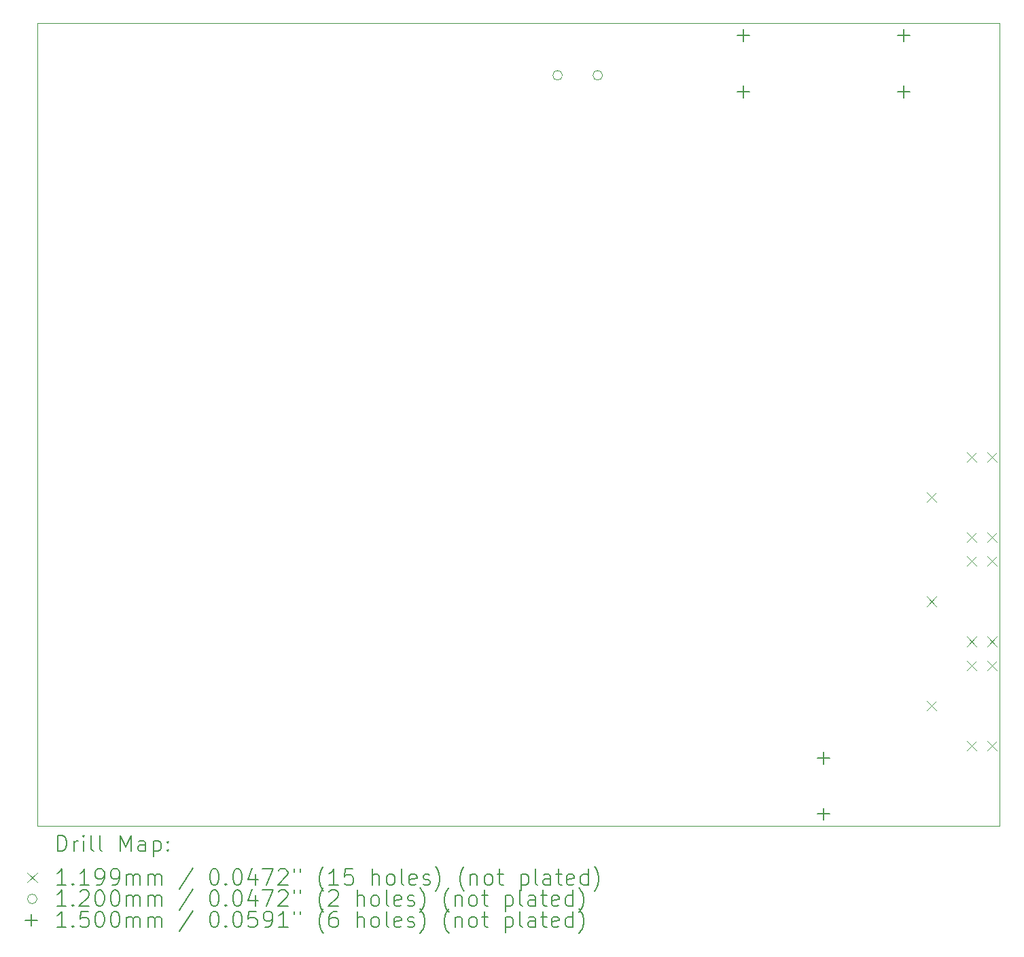
<source format=gbr>
%TF.GenerationSoftware,KiCad,Pcbnew,(6.0.11-0)*%
%TF.CreationDate,2023-05-23T17:56:41+02:00*%
%TF.ProjectId,Keyer_MEGA2560,4b657965-725f-44d4-9547-41323536302e,rev?*%
%TF.SameCoordinates,Original*%
%TF.FileFunction,Drillmap*%
%TF.FilePolarity,Positive*%
%FSLAX45Y45*%
G04 Gerber Fmt 4.5, Leading zero omitted, Abs format (unit mm)*
G04 Created by KiCad (PCBNEW (6.0.11-0)) date 2023-05-23 17:56:41*
%MOMM*%
%LPD*%
G01*
G04 APERTURE LIST*
%ADD10C,0.100000*%
%ADD11C,0.200000*%
%ADD12C,0.119888*%
%ADD13C,0.120000*%
%ADD14C,0.150000*%
G04 APERTURE END LIST*
D10*
X29540200Y-7391400D02*
X29540200Y-17399000D01*
X17551400Y-7391400D02*
X29540200Y-7391400D01*
X17551400Y-17399000D02*
X17551400Y-7391400D01*
X29540200Y-17399000D02*
X17551400Y-17399000D01*
D11*
D12*
X28634055Y-13239496D02*
X28753943Y-13359384D01*
X28753943Y-13239496D02*
X28634055Y-13359384D01*
X28634055Y-15840456D02*
X28753943Y-15960344D01*
X28753943Y-15840456D02*
X28634055Y-15960344D01*
X28634944Y-14539976D02*
X28754832Y-14659864D01*
X28754832Y-14539976D02*
X28634944Y-14659864D01*
X29133927Y-12739624D02*
X29253815Y-12859512D01*
X29253815Y-12739624D02*
X29133927Y-12859512D01*
X29133927Y-13739368D02*
X29253815Y-13859256D01*
X29253815Y-13739368D02*
X29133927Y-13859256D01*
X29133927Y-15340584D02*
X29253815Y-15460472D01*
X29253815Y-15340584D02*
X29133927Y-15460472D01*
X29133927Y-16340328D02*
X29253815Y-16460216D01*
X29253815Y-16340328D02*
X29133927Y-16460216D01*
X29134816Y-14040104D02*
X29254704Y-14159992D01*
X29254704Y-14040104D02*
X29134816Y-14159992D01*
X29134816Y-15039848D02*
X29254704Y-15159736D01*
X29254704Y-15039848D02*
X29134816Y-15159736D01*
X29383863Y-12739624D02*
X29503751Y-12859512D01*
X29503751Y-12739624D02*
X29383863Y-12859512D01*
X29383863Y-13739368D02*
X29503751Y-13859256D01*
X29503751Y-13739368D02*
X29383863Y-13859256D01*
X29383863Y-15340584D02*
X29503751Y-15460472D01*
X29503751Y-15340584D02*
X29383863Y-15460472D01*
X29383863Y-16340328D02*
X29503751Y-16460216D01*
X29503751Y-16340328D02*
X29383863Y-16460216D01*
X29384752Y-14040104D02*
X29504640Y-14159992D01*
X29504640Y-14040104D02*
X29384752Y-14159992D01*
X29384752Y-15039848D02*
X29504640Y-15159736D01*
X29504640Y-15039848D02*
X29384752Y-15159736D01*
D13*
X24092400Y-8042440D02*
G75*
G03*
X24092400Y-8042440I-60000J0D01*
G01*
X24592400Y-8042440D02*
G75*
G03*
X24592400Y-8042440I-60000J0D01*
G01*
D14*
X26349960Y-7471460D02*
X26349960Y-7621460D01*
X26274960Y-7546460D02*
X26424960Y-7546460D01*
X26349960Y-8171460D02*
X26349960Y-8321460D01*
X26274960Y-8246460D02*
X26424960Y-8246460D01*
X27345640Y-16474880D02*
X27345640Y-16624880D01*
X27270640Y-16549880D02*
X27420640Y-16549880D01*
X27345640Y-17174880D02*
X27345640Y-17324880D01*
X27270640Y-17249880D02*
X27420640Y-17249880D01*
X28346400Y-7470600D02*
X28346400Y-7620600D01*
X28271400Y-7545600D02*
X28421400Y-7545600D01*
X28346400Y-8170600D02*
X28346400Y-8320600D01*
X28271400Y-8245600D02*
X28421400Y-8245600D01*
D11*
X17804019Y-17714476D02*
X17804019Y-17514476D01*
X17851638Y-17514476D01*
X17880210Y-17524000D01*
X17899257Y-17543048D01*
X17908781Y-17562095D01*
X17918305Y-17600190D01*
X17918305Y-17628762D01*
X17908781Y-17666857D01*
X17899257Y-17685905D01*
X17880210Y-17704952D01*
X17851638Y-17714476D01*
X17804019Y-17714476D01*
X18004019Y-17714476D02*
X18004019Y-17581143D01*
X18004019Y-17619238D02*
X18013543Y-17600190D01*
X18023067Y-17590667D01*
X18042114Y-17581143D01*
X18061162Y-17581143D01*
X18127829Y-17714476D02*
X18127829Y-17581143D01*
X18127829Y-17514476D02*
X18118305Y-17524000D01*
X18127829Y-17533524D01*
X18137352Y-17524000D01*
X18127829Y-17514476D01*
X18127829Y-17533524D01*
X18251638Y-17714476D02*
X18232590Y-17704952D01*
X18223067Y-17685905D01*
X18223067Y-17514476D01*
X18356400Y-17714476D02*
X18337352Y-17704952D01*
X18327829Y-17685905D01*
X18327829Y-17514476D01*
X18584971Y-17714476D02*
X18584971Y-17514476D01*
X18651638Y-17657333D01*
X18718305Y-17514476D01*
X18718305Y-17714476D01*
X18899257Y-17714476D02*
X18899257Y-17609714D01*
X18889733Y-17590667D01*
X18870686Y-17581143D01*
X18832590Y-17581143D01*
X18813543Y-17590667D01*
X18899257Y-17704952D02*
X18880210Y-17714476D01*
X18832590Y-17714476D01*
X18813543Y-17704952D01*
X18804019Y-17685905D01*
X18804019Y-17666857D01*
X18813543Y-17647810D01*
X18832590Y-17638286D01*
X18880210Y-17638286D01*
X18899257Y-17628762D01*
X18994495Y-17581143D02*
X18994495Y-17781143D01*
X18994495Y-17590667D02*
X19013543Y-17581143D01*
X19051638Y-17581143D01*
X19070686Y-17590667D01*
X19080210Y-17600190D01*
X19089733Y-17619238D01*
X19089733Y-17676381D01*
X19080210Y-17695429D01*
X19070686Y-17704952D01*
X19051638Y-17714476D01*
X19013543Y-17714476D01*
X18994495Y-17704952D01*
X19175448Y-17695429D02*
X19184971Y-17704952D01*
X19175448Y-17714476D01*
X19165924Y-17704952D01*
X19175448Y-17695429D01*
X19175448Y-17714476D01*
X19175448Y-17590667D02*
X19184971Y-17600190D01*
X19175448Y-17609714D01*
X19165924Y-17600190D01*
X19175448Y-17590667D01*
X19175448Y-17609714D01*
D12*
X17426512Y-17984056D02*
X17546400Y-18103944D01*
X17546400Y-17984056D02*
X17426512Y-18103944D01*
D11*
X17908781Y-18134476D02*
X17794495Y-18134476D01*
X17851638Y-18134476D02*
X17851638Y-17934476D01*
X17832590Y-17963048D01*
X17813543Y-17982095D01*
X17794495Y-17991619D01*
X17994495Y-18115429D02*
X18004019Y-18124952D01*
X17994495Y-18134476D01*
X17984971Y-18124952D01*
X17994495Y-18115429D01*
X17994495Y-18134476D01*
X18194495Y-18134476D02*
X18080210Y-18134476D01*
X18137352Y-18134476D02*
X18137352Y-17934476D01*
X18118305Y-17963048D01*
X18099257Y-17982095D01*
X18080210Y-17991619D01*
X18289733Y-18134476D02*
X18327829Y-18134476D01*
X18346876Y-18124952D01*
X18356400Y-18115429D01*
X18375448Y-18086857D01*
X18384971Y-18048762D01*
X18384971Y-17972571D01*
X18375448Y-17953524D01*
X18365924Y-17944000D01*
X18346876Y-17934476D01*
X18308781Y-17934476D01*
X18289733Y-17944000D01*
X18280210Y-17953524D01*
X18270686Y-17972571D01*
X18270686Y-18020190D01*
X18280210Y-18039238D01*
X18289733Y-18048762D01*
X18308781Y-18058286D01*
X18346876Y-18058286D01*
X18365924Y-18048762D01*
X18375448Y-18039238D01*
X18384971Y-18020190D01*
X18480210Y-18134476D02*
X18518305Y-18134476D01*
X18537352Y-18124952D01*
X18546876Y-18115429D01*
X18565924Y-18086857D01*
X18575448Y-18048762D01*
X18575448Y-17972571D01*
X18565924Y-17953524D01*
X18556400Y-17944000D01*
X18537352Y-17934476D01*
X18499257Y-17934476D01*
X18480210Y-17944000D01*
X18470686Y-17953524D01*
X18461162Y-17972571D01*
X18461162Y-18020190D01*
X18470686Y-18039238D01*
X18480210Y-18048762D01*
X18499257Y-18058286D01*
X18537352Y-18058286D01*
X18556400Y-18048762D01*
X18565924Y-18039238D01*
X18575448Y-18020190D01*
X18661162Y-18134476D02*
X18661162Y-18001143D01*
X18661162Y-18020190D02*
X18670686Y-18010667D01*
X18689733Y-18001143D01*
X18718305Y-18001143D01*
X18737352Y-18010667D01*
X18746876Y-18029714D01*
X18746876Y-18134476D01*
X18746876Y-18029714D02*
X18756400Y-18010667D01*
X18775448Y-18001143D01*
X18804019Y-18001143D01*
X18823067Y-18010667D01*
X18832590Y-18029714D01*
X18832590Y-18134476D01*
X18927829Y-18134476D02*
X18927829Y-18001143D01*
X18927829Y-18020190D02*
X18937352Y-18010667D01*
X18956400Y-18001143D01*
X18984971Y-18001143D01*
X19004019Y-18010667D01*
X19013543Y-18029714D01*
X19013543Y-18134476D01*
X19013543Y-18029714D02*
X19023067Y-18010667D01*
X19042114Y-18001143D01*
X19070686Y-18001143D01*
X19089733Y-18010667D01*
X19099257Y-18029714D01*
X19099257Y-18134476D01*
X19489733Y-17924952D02*
X19318305Y-18182095D01*
X19746876Y-17934476D02*
X19765924Y-17934476D01*
X19784971Y-17944000D01*
X19794495Y-17953524D01*
X19804019Y-17972571D01*
X19813543Y-18010667D01*
X19813543Y-18058286D01*
X19804019Y-18096381D01*
X19794495Y-18115429D01*
X19784971Y-18124952D01*
X19765924Y-18134476D01*
X19746876Y-18134476D01*
X19727829Y-18124952D01*
X19718305Y-18115429D01*
X19708781Y-18096381D01*
X19699257Y-18058286D01*
X19699257Y-18010667D01*
X19708781Y-17972571D01*
X19718305Y-17953524D01*
X19727829Y-17944000D01*
X19746876Y-17934476D01*
X19899257Y-18115429D02*
X19908781Y-18124952D01*
X19899257Y-18134476D01*
X19889733Y-18124952D01*
X19899257Y-18115429D01*
X19899257Y-18134476D01*
X20032590Y-17934476D02*
X20051638Y-17934476D01*
X20070686Y-17944000D01*
X20080210Y-17953524D01*
X20089733Y-17972571D01*
X20099257Y-18010667D01*
X20099257Y-18058286D01*
X20089733Y-18096381D01*
X20080210Y-18115429D01*
X20070686Y-18124952D01*
X20051638Y-18134476D01*
X20032590Y-18134476D01*
X20013543Y-18124952D01*
X20004019Y-18115429D01*
X19994495Y-18096381D01*
X19984971Y-18058286D01*
X19984971Y-18010667D01*
X19994495Y-17972571D01*
X20004019Y-17953524D01*
X20013543Y-17944000D01*
X20032590Y-17934476D01*
X20270686Y-18001143D02*
X20270686Y-18134476D01*
X20223067Y-17924952D02*
X20175448Y-18067810D01*
X20299257Y-18067810D01*
X20356400Y-17934476D02*
X20489733Y-17934476D01*
X20404019Y-18134476D01*
X20556400Y-17953524D02*
X20565924Y-17944000D01*
X20584971Y-17934476D01*
X20632590Y-17934476D01*
X20651638Y-17944000D01*
X20661162Y-17953524D01*
X20670686Y-17972571D01*
X20670686Y-17991619D01*
X20661162Y-18020190D01*
X20546876Y-18134476D01*
X20670686Y-18134476D01*
X20746876Y-17934476D02*
X20746876Y-17972571D01*
X20823067Y-17934476D02*
X20823067Y-17972571D01*
X21118305Y-18210667D02*
X21108781Y-18201143D01*
X21089733Y-18172571D01*
X21080210Y-18153524D01*
X21070686Y-18124952D01*
X21061162Y-18077333D01*
X21061162Y-18039238D01*
X21070686Y-17991619D01*
X21080210Y-17963048D01*
X21089733Y-17944000D01*
X21108781Y-17915429D01*
X21118305Y-17905905D01*
X21299257Y-18134476D02*
X21184971Y-18134476D01*
X21242114Y-18134476D02*
X21242114Y-17934476D01*
X21223067Y-17963048D01*
X21204019Y-17982095D01*
X21184971Y-17991619D01*
X21480210Y-17934476D02*
X21384971Y-17934476D01*
X21375448Y-18029714D01*
X21384971Y-18020190D01*
X21404019Y-18010667D01*
X21451638Y-18010667D01*
X21470686Y-18020190D01*
X21480210Y-18029714D01*
X21489733Y-18048762D01*
X21489733Y-18096381D01*
X21480210Y-18115429D01*
X21470686Y-18124952D01*
X21451638Y-18134476D01*
X21404019Y-18134476D01*
X21384971Y-18124952D01*
X21375448Y-18115429D01*
X21727829Y-18134476D02*
X21727829Y-17934476D01*
X21813543Y-18134476D02*
X21813543Y-18029714D01*
X21804019Y-18010667D01*
X21784971Y-18001143D01*
X21756400Y-18001143D01*
X21737352Y-18010667D01*
X21727829Y-18020190D01*
X21937352Y-18134476D02*
X21918305Y-18124952D01*
X21908781Y-18115429D01*
X21899257Y-18096381D01*
X21899257Y-18039238D01*
X21908781Y-18020190D01*
X21918305Y-18010667D01*
X21937352Y-18001143D01*
X21965924Y-18001143D01*
X21984971Y-18010667D01*
X21994495Y-18020190D01*
X22004019Y-18039238D01*
X22004019Y-18096381D01*
X21994495Y-18115429D01*
X21984971Y-18124952D01*
X21965924Y-18134476D01*
X21937352Y-18134476D01*
X22118305Y-18134476D02*
X22099257Y-18124952D01*
X22089733Y-18105905D01*
X22089733Y-17934476D01*
X22270686Y-18124952D02*
X22251638Y-18134476D01*
X22213543Y-18134476D01*
X22194495Y-18124952D01*
X22184971Y-18105905D01*
X22184971Y-18029714D01*
X22194495Y-18010667D01*
X22213543Y-18001143D01*
X22251638Y-18001143D01*
X22270686Y-18010667D01*
X22280210Y-18029714D01*
X22280210Y-18048762D01*
X22184971Y-18067810D01*
X22356400Y-18124952D02*
X22375448Y-18134476D01*
X22413543Y-18134476D01*
X22432590Y-18124952D01*
X22442114Y-18105905D01*
X22442114Y-18096381D01*
X22432590Y-18077333D01*
X22413543Y-18067810D01*
X22384971Y-18067810D01*
X22365924Y-18058286D01*
X22356400Y-18039238D01*
X22356400Y-18029714D01*
X22365924Y-18010667D01*
X22384971Y-18001143D01*
X22413543Y-18001143D01*
X22432590Y-18010667D01*
X22508781Y-18210667D02*
X22518305Y-18201143D01*
X22537352Y-18172571D01*
X22546876Y-18153524D01*
X22556400Y-18124952D01*
X22565924Y-18077333D01*
X22565924Y-18039238D01*
X22556400Y-17991619D01*
X22546876Y-17963048D01*
X22537352Y-17944000D01*
X22518305Y-17915429D01*
X22508781Y-17905905D01*
X22870686Y-18210667D02*
X22861162Y-18201143D01*
X22842114Y-18172571D01*
X22832590Y-18153524D01*
X22823067Y-18124952D01*
X22813543Y-18077333D01*
X22813543Y-18039238D01*
X22823067Y-17991619D01*
X22832590Y-17963048D01*
X22842114Y-17944000D01*
X22861162Y-17915429D01*
X22870686Y-17905905D01*
X22946876Y-18001143D02*
X22946876Y-18134476D01*
X22946876Y-18020190D02*
X22956400Y-18010667D01*
X22975448Y-18001143D01*
X23004019Y-18001143D01*
X23023067Y-18010667D01*
X23032590Y-18029714D01*
X23032590Y-18134476D01*
X23156400Y-18134476D02*
X23137352Y-18124952D01*
X23127828Y-18115429D01*
X23118305Y-18096381D01*
X23118305Y-18039238D01*
X23127828Y-18020190D01*
X23137352Y-18010667D01*
X23156400Y-18001143D01*
X23184971Y-18001143D01*
X23204019Y-18010667D01*
X23213543Y-18020190D01*
X23223067Y-18039238D01*
X23223067Y-18096381D01*
X23213543Y-18115429D01*
X23204019Y-18124952D01*
X23184971Y-18134476D01*
X23156400Y-18134476D01*
X23280209Y-18001143D02*
X23356400Y-18001143D01*
X23308781Y-17934476D02*
X23308781Y-18105905D01*
X23318305Y-18124952D01*
X23337352Y-18134476D01*
X23356400Y-18134476D01*
X23575448Y-18001143D02*
X23575448Y-18201143D01*
X23575448Y-18010667D02*
X23594495Y-18001143D01*
X23632590Y-18001143D01*
X23651638Y-18010667D01*
X23661162Y-18020190D01*
X23670686Y-18039238D01*
X23670686Y-18096381D01*
X23661162Y-18115429D01*
X23651638Y-18124952D01*
X23632590Y-18134476D01*
X23594495Y-18134476D01*
X23575448Y-18124952D01*
X23784971Y-18134476D02*
X23765924Y-18124952D01*
X23756400Y-18105905D01*
X23756400Y-17934476D01*
X23946876Y-18134476D02*
X23946876Y-18029714D01*
X23937352Y-18010667D01*
X23918305Y-18001143D01*
X23880209Y-18001143D01*
X23861162Y-18010667D01*
X23946876Y-18124952D02*
X23927828Y-18134476D01*
X23880209Y-18134476D01*
X23861162Y-18124952D01*
X23851638Y-18105905D01*
X23851638Y-18086857D01*
X23861162Y-18067810D01*
X23880209Y-18058286D01*
X23927828Y-18058286D01*
X23946876Y-18048762D01*
X24013543Y-18001143D02*
X24089733Y-18001143D01*
X24042114Y-17934476D02*
X24042114Y-18105905D01*
X24051638Y-18124952D01*
X24070686Y-18134476D01*
X24089733Y-18134476D01*
X24232590Y-18124952D02*
X24213543Y-18134476D01*
X24175448Y-18134476D01*
X24156400Y-18124952D01*
X24146876Y-18105905D01*
X24146876Y-18029714D01*
X24156400Y-18010667D01*
X24175448Y-18001143D01*
X24213543Y-18001143D01*
X24232590Y-18010667D01*
X24242114Y-18029714D01*
X24242114Y-18048762D01*
X24146876Y-18067810D01*
X24413543Y-18134476D02*
X24413543Y-17934476D01*
X24413543Y-18124952D02*
X24394495Y-18134476D01*
X24356400Y-18134476D01*
X24337352Y-18124952D01*
X24327828Y-18115429D01*
X24318305Y-18096381D01*
X24318305Y-18039238D01*
X24327828Y-18020190D01*
X24337352Y-18010667D01*
X24356400Y-18001143D01*
X24394495Y-18001143D01*
X24413543Y-18010667D01*
X24489733Y-18210667D02*
X24499257Y-18201143D01*
X24518305Y-18172571D01*
X24527828Y-18153524D01*
X24537352Y-18124952D01*
X24546876Y-18077333D01*
X24546876Y-18039238D01*
X24537352Y-17991619D01*
X24527828Y-17963048D01*
X24518305Y-17944000D01*
X24499257Y-17915429D01*
X24489733Y-17905905D01*
D13*
X17546400Y-18308000D02*
G75*
G03*
X17546400Y-18308000I-60000J0D01*
G01*
D11*
X17908781Y-18398476D02*
X17794495Y-18398476D01*
X17851638Y-18398476D02*
X17851638Y-18198476D01*
X17832590Y-18227048D01*
X17813543Y-18246095D01*
X17794495Y-18255619D01*
X17994495Y-18379429D02*
X18004019Y-18388952D01*
X17994495Y-18398476D01*
X17984971Y-18388952D01*
X17994495Y-18379429D01*
X17994495Y-18398476D01*
X18080210Y-18217524D02*
X18089733Y-18208000D01*
X18108781Y-18198476D01*
X18156400Y-18198476D01*
X18175448Y-18208000D01*
X18184971Y-18217524D01*
X18194495Y-18236571D01*
X18194495Y-18255619D01*
X18184971Y-18284190D01*
X18070686Y-18398476D01*
X18194495Y-18398476D01*
X18318305Y-18198476D02*
X18337352Y-18198476D01*
X18356400Y-18208000D01*
X18365924Y-18217524D01*
X18375448Y-18236571D01*
X18384971Y-18274667D01*
X18384971Y-18322286D01*
X18375448Y-18360381D01*
X18365924Y-18379429D01*
X18356400Y-18388952D01*
X18337352Y-18398476D01*
X18318305Y-18398476D01*
X18299257Y-18388952D01*
X18289733Y-18379429D01*
X18280210Y-18360381D01*
X18270686Y-18322286D01*
X18270686Y-18274667D01*
X18280210Y-18236571D01*
X18289733Y-18217524D01*
X18299257Y-18208000D01*
X18318305Y-18198476D01*
X18508781Y-18198476D02*
X18527829Y-18198476D01*
X18546876Y-18208000D01*
X18556400Y-18217524D01*
X18565924Y-18236571D01*
X18575448Y-18274667D01*
X18575448Y-18322286D01*
X18565924Y-18360381D01*
X18556400Y-18379429D01*
X18546876Y-18388952D01*
X18527829Y-18398476D01*
X18508781Y-18398476D01*
X18489733Y-18388952D01*
X18480210Y-18379429D01*
X18470686Y-18360381D01*
X18461162Y-18322286D01*
X18461162Y-18274667D01*
X18470686Y-18236571D01*
X18480210Y-18217524D01*
X18489733Y-18208000D01*
X18508781Y-18198476D01*
X18661162Y-18398476D02*
X18661162Y-18265143D01*
X18661162Y-18284190D02*
X18670686Y-18274667D01*
X18689733Y-18265143D01*
X18718305Y-18265143D01*
X18737352Y-18274667D01*
X18746876Y-18293714D01*
X18746876Y-18398476D01*
X18746876Y-18293714D02*
X18756400Y-18274667D01*
X18775448Y-18265143D01*
X18804019Y-18265143D01*
X18823067Y-18274667D01*
X18832590Y-18293714D01*
X18832590Y-18398476D01*
X18927829Y-18398476D02*
X18927829Y-18265143D01*
X18927829Y-18284190D02*
X18937352Y-18274667D01*
X18956400Y-18265143D01*
X18984971Y-18265143D01*
X19004019Y-18274667D01*
X19013543Y-18293714D01*
X19013543Y-18398476D01*
X19013543Y-18293714D02*
X19023067Y-18274667D01*
X19042114Y-18265143D01*
X19070686Y-18265143D01*
X19089733Y-18274667D01*
X19099257Y-18293714D01*
X19099257Y-18398476D01*
X19489733Y-18188952D02*
X19318305Y-18446095D01*
X19746876Y-18198476D02*
X19765924Y-18198476D01*
X19784971Y-18208000D01*
X19794495Y-18217524D01*
X19804019Y-18236571D01*
X19813543Y-18274667D01*
X19813543Y-18322286D01*
X19804019Y-18360381D01*
X19794495Y-18379429D01*
X19784971Y-18388952D01*
X19765924Y-18398476D01*
X19746876Y-18398476D01*
X19727829Y-18388952D01*
X19718305Y-18379429D01*
X19708781Y-18360381D01*
X19699257Y-18322286D01*
X19699257Y-18274667D01*
X19708781Y-18236571D01*
X19718305Y-18217524D01*
X19727829Y-18208000D01*
X19746876Y-18198476D01*
X19899257Y-18379429D02*
X19908781Y-18388952D01*
X19899257Y-18398476D01*
X19889733Y-18388952D01*
X19899257Y-18379429D01*
X19899257Y-18398476D01*
X20032590Y-18198476D02*
X20051638Y-18198476D01*
X20070686Y-18208000D01*
X20080210Y-18217524D01*
X20089733Y-18236571D01*
X20099257Y-18274667D01*
X20099257Y-18322286D01*
X20089733Y-18360381D01*
X20080210Y-18379429D01*
X20070686Y-18388952D01*
X20051638Y-18398476D01*
X20032590Y-18398476D01*
X20013543Y-18388952D01*
X20004019Y-18379429D01*
X19994495Y-18360381D01*
X19984971Y-18322286D01*
X19984971Y-18274667D01*
X19994495Y-18236571D01*
X20004019Y-18217524D01*
X20013543Y-18208000D01*
X20032590Y-18198476D01*
X20270686Y-18265143D02*
X20270686Y-18398476D01*
X20223067Y-18188952D02*
X20175448Y-18331810D01*
X20299257Y-18331810D01*
X20356400Y-18198476D02*
X20489733Y-18198476D01*
X20404019Y-18398476D01*
X20556400Y-18217524D02*
X20565924Y-18208000D01*
X20584971Y-18198476D01*
X20632590Y-18198476D01*
X20651638Y-18208000D01*
X20661162Y-18217524D01*
X20670686Y-18236571D01*
X20670686Y-18255619D01*
X20661162Y-18284190D01*
X20546876Y-18398476D01*
X20670686Y-18398476D01*
X20746876Y-18198476D02*
X20746876Y-18236571D01*
X20823067Y-18198476D02*
X20823067Y-18236571D01*
X21118305Y-18474667D02*
X21108781Y-18465143D01*
X21089733Y-18436571D01*
X21080210Y-18417524D01*
X21070686Y-18388952D01*
X21061162Y-18341333D01*
X21061162Y-18303238D01*
X21070686Y-18255619D01*
X21080210Y-18227048D01*
X21089733Y-18208000D01*
X21108781Y-18179429D01*
X21118305Y-18169905D01*
X21184971Y-18217524D02*
X21194495Y-18208000D01*
X21213543Y-18198476D01*
X21261162Y-18198476D01*
X21280210Y-18208000D01*
X21289733Y-18217524D01*
X21299257Y-18236571D01*
X21299257Y-18255619D01*
X21289733Y-18284190D01*
X21175448Y-18398476D01*
X21299257Y-18398476D01*
X21537352Y-18398476D02*
X21537352Y-18198476D01*
X21623067Y-18398476D02*
X21623067Y-18293714D01*
X21613543Y-18274667D01*
X21594495Y-18265143D01*
X21565924Y-18265143D01*
X21546876Y-18274667D01*
X21537352Y-18284190D01*
X21746876Y-18398476D02*
X21727829Y-18388952D01*
X21718305Y-18379429D01*
X21708781Y-18360381D01*
X21708781Y-18303238D01*
X21718305Y-18284190D01*
X21727829Y-18274667D01*
X21746876Y-18265143D01*
X21775448Y-18265143D01*
X21794495Y-18274667D01*
X21804019Y-18284190D01*
X21813543Y-18303238D01*
X21813543Y-18360381D01*
X21804019Y-18379429D01*
X21794495Y-18388952D01*
X21775448Y-18398476D01*
X21746876Y-18398476D01*
X21927829Y-18398476D02*
X21908781Y-18388952D01*
X21899257Y-18369905D01*
X21899257Y-18198476D01*
X22080210Y-18388952D02*
X22061162Y-18398476D01*
X22023067Y-18398476D01*
X22004019Y-18388952D01*
X21994495Y-18369905D01*
X21994495Y-18293714D01*
X22004019Y-18274667D01*
X22023067Y-18265143D01*
X22061162Y-18265143D01*
X22080210Y-18274667D01*
X22089733Y-18293714D01*
X22089733Y-18312762D01*
X21994495Y-18331810D01*
X22165924Y-18388952D02*
X22184971Y-18398476D01*
X22223067Y-18398476D01*
X22242114Y-18388952D01*
X22251638Y-18369905D01*
X22251638Y-18360381D01*
X22242114Y-18341333D01*
X22223067Y-18331810D01*
X22194495Y-18331810D01*
X22175448Y-18322286D01*
X22165924Y-18303238D01*
X22165924Y-18293714D01*
X22175448Y-18274667D01*
X22194495Y-18265143D01*
X22223067Y-18265143D01*
X22242114Y-18274667D01*
X22318305Y-18474667D02*
X22327829Y-18465143D01*
X22346876Y-18436571D01*
X22356400Y-18417524D01*
X22365924Y-18388952D01*
X22375448Y-18341333D01*
X22375448Y-18303238D01*
X22365924Y-18255619D01*
X22356400Y-18227048D01*
X22346876Y-18208000D01*
X22327829Y-18179429D01*
X22318305Y-18169905D01*
X22680209Y-18474667D02*
X22670686Y-18465143D01*
X22651638Y-18436571D01*
X22642114Y-18417524D01*
X22632590Y-18388952D01*
X22623067Y-18341333D01*
X22623067Y-18303238D01*
X22632590Y-18255619D01*
X22642114Y-18227048D01*
X22651638Y-18208000D01*
X22670686Y-18179429D01*
X22680209Y-18169905D01*
X22756400Y-18265143D02*
X22756400Y-18398476D01*
X22756400Y-18284190D02*
X22765924Y-18274667D01*
X22784971Y-18265143D01*
X22813543Y-18265143D01*
X22832590Y-18274667D01*
X22842114Y-18293714D01*
X22842114Y-18398476D01*
X22965924Y-18398476D02*
X22946876Y-18388952D01*
X22937352Y-18379429D01*
X22927828Y-18360381D01*
X22927828Y-18303238D01*
X22937352Y-18284190D01*
X22946876Y-18274667D01*
X22965924Y-18265143D01*
X22994495Y-18265143D01*
X23013543Y-18274667D01*
X23023067Y-18284190D01*
X23032590Y-18303238D01*
X23032590Y-18360381D01*
X23023067Y-18379429D01*
X23013543Y-18388952D01*
X22994495Y-18398476D01*
X22965924Y-18398476D01*
X23089733Y-18265143D02*
X23165924Y-18265143D01*
X23118305Y-18198476D02*
X23118305Y-18369905D01*
X23127828Y-18388952D01*
X23146876Y-18398476D01*
X23165924Y-18398476D01*
X23384971Y-18265143D02*
X23384971Y-18465143D01*
X23384971Y-18274667D02*
X23404019Y-18265143D01*
X23442114Y-18265143D01*
X23461162Y-18274667D01*
X23470686Y-18284190D01*
X23480209Y-18303238D01*
X23480209Y-18360381D01*
X23470686Y-18379429D01*
X23461162Y-18388952D01*
X23442114Y-18398476D01*
X23404019Y-18398476D01*
X23384971Y-18388952D01*
X23594495Y-18398476D02*
X23575448Y-18388952D01*
X23565924Y-18369905D01*
X23565924Y-18198476D01*
X23756400Y-18398476D02*
X23756400Y-18293714D01*
X23746876Y-18274667D01*
X23727828Y-18265143D01*
X23689733Y-18265143D01*
X23670686Y-18274667D01*
X23756400Y-18388952D02*
X23737352Y-18398476D01*
X23689733Y-18398476D01*
X23670686Y-18388952D01*
X23661162Y-18369905D01*
X23661162Y-18350857D01*
X23670686Y-18331810D01*
X23689733Y-18322286D01*
X23737352Y-18322286D01*
X23756400Y-18312762D01*
X23823067Y-18265143D02*
X23899257Y-18265143D01*
X23851638Y-18198476D02*
X23851638Y-18369905D01*
X23861162Y-18388952D01*
X23880209Y-18398476D01*
X23899257Y-18398476D01*
X24042114Y-18388952D02*
X24023067Y-18398476D01*
X23984971Y-18398476D01*
X23965924Y-18388952D01*
X23956400Y-18369905D01*
X23956400Y-18293714D01*
X23965924Y-18274667D01*
X23984971Y-18265143D01*
X24023067Y-18265143D01*
X24042114Y-18274667D01*
X24051638Y-18293714D01*
X24051638Y-18312762D01*
X23956400Y-18331810D01*
X24223067Y-18398476D02*
X24223067Y-18198476D01*
X24223067Y-18388952D02*
X24204019Y-18398476D01*
X24165924Y-18398476D01*
X24146876Y-18388952D01*
X24137352Y-18379429D01*
X24127828Y-18360381D01*
X24127828Y-18303238D01*
X24137352Y-18284190D01*
X24146876Y-18274667D01*
X24165924Y-18265143D01*
X24204019Y-18265143D01*
X24223067Y-18274667D01*
X24299257Y-18474667D02*
X24308781Y-18465143D01*
X24327828Y-18436571D01*
X24337352Y-18417524D01*
X24346876Y-18388952D01*
X24356400Y-18341333D01*
X24356400Y-18303238D01*
X24346876Y-18255619D01*
X24337352Y-18227048D01*
X24327828Y-18208000D01*
X24308781Y-18179429D01*
X24299257Y-18169905D01*
D14*
X17471400Y-18497000D02*
X17471400Y-18647000D01*
X17396400Y-18572000D02*
X17546400Y-18572000D01*
D11*
X17908781Y-18662476D02*
X17794495Y-18662476D01*
X17851638Y-18662476D02*
X17851638Y-18462476D01*
X17832590Y-18491048D01*
X17813543Y-18510095D01*
X17794495Y-18519619D01*
X17994495Y-18643429D02*
X18004019Y-18652952D01*
X17994495Y-18662476D01*
X17984971Y-18652952D01*
X17994495Y-18643429D01*
X17994495Y-18662476D01*
X18184971Y-18462476D02*
X18089733Y-18462476D01*
X18080210Y-18557714D01*
X18089733Y-18548190D01*
X18108781Y-18538667D01*
X18156400Y-18538667D01*
X18175448Y-18548190D01*
X18184971Y-18557714D01*
X18194495Y-18576762D01*
X18194495Y-18624381D01*
X18184971Y-18643429D01*
X18175448Y-18652952D01*
X18156400Y-18662476D01*
X18108781Y-18662476D01*
X18089733Y-18652952D01*
X18080210Y-18643429D01*
X18318305Y-18462476D02*
X18337352Y-18462476D01*
X18356400Y-18472000D01*
X18365924Y-18481524D01*
X18375448Y-18500571D01*
X18384971Y-18538667D01*
X18384971Y-18586286D01*
X18375448Y-18624381D01*
X18365924Y-18643429D01*
X18356400Y-18652952D01*
X18337352Y-18662476D01*
X18318305Y-18662476D01*
X18299257Y-18652952D01*
X18289733Y-18643429D01*
X18280210Y-18624381D01*
X18270686Y-18586286D01*
X18270686Y-18538667D01*
X18280210Y-18500571D01*
X18289733Y-18481524D01*
X18299257Y-18472000D01*
X18318305Y-18462476D01*
X18508781Y-18462476D02*
X18527829Y-18462476D01*
X18546876Y-18472000D01*
X18556400Y-18481524D01*
X18565924Y-18500571D01*
X18575448Y-18538667D01*
X18575448Y-18586286D01*
X18565924Y-18624381D01*
X18556400Y-18643429D01*
X18546876Y-18652952D01*
X18527829Y-18662476D01*
X18508781Y-18662476D01*
X18489733Y-18652952D01*
X18480210Y-18643429D01*
X18470686Y-18624381D01*
X18461162Y-18586286D01*
X18461162Y-18538667D01*
X18470686Y-18500571D01*
X18480210Y-18481524D01*
X18489733Y-18472000D01*
X18508781Y-18462476D01*
X18661162Y-18662476D02*
X18661162Y-18529143D01*
X18661162Y-18548190D02*
X18670686Y-18538667D01*
X18689733Y-18529143D01*
X18718305Y-18529143D01*
X18737352Y-18538667D01*
X18746876Y-18557714D01*
X18746876Y-18662476D01*
X18746876Y-18557714D02*
X18756400Y-18538667D01*
X18775448Y-18529143D01*
X18804019Y-18529143D01*
X18823067Y-18538667D01*
X18832590Y-18557714D01*
X18832590Y-18662476D01*
X18927829Y-18662476D02*
X18927829Y-18529143D01*
X18927829Y-18548190D02*
X18937352Y-18538667D01*
X18956400Y-18529143D01*
X18984971Y-18529143D01*
X19004019Y-18538667D01*
X19013543Y-18557714D01*
X19013543Y-18662476D01*
X19013543Y-18557714D02*
X19023067Y-18538667D01*
X19042114Y-18529143D01*
X19070686Y-18529143D01*
X19089733Y-18538667D01*
X19099257Y-18557714D01*
X19099257Y-18662476D01*
X19489733Y-18452952D02*
X19318305Y-18710095D01*
X19746876Y-18462476D02*
X19765924Y-18462476D01*
X19784971Y-18472000D01*
X19794495Y-18481524D01*
X19804019Y-18500571D01*
X19813543Y-18538667D01*
X19813543Y-18586286D01*
X19804019Y-18624381D01*
X19794495Y-18643429D01*
X19784971Y-18652952D01*
X19765924Y-18662476D01*
X19746876Y-18662476D01*
X19727829Y-18652952D01*
X19718305Y-18643429D01*
X19708781Y-18624381D01*
X19699257Y-18586286D01*
X19699257Y-18538667D01*
X19708781Y-18500571D01*
X19718305Y-18481524D01*
X19727829Y-18472000D01*
X19746876Y-18462476D01*
X19899257Y-18643429D02*
X19908781Y-18652952D01*
X19899257Y-18662476D01*
X19889733Y-18652952D01*
X19899257Y-18643429D01*
X19899257Y-18662476D01*
X20032590Y-18462476D02*
X20051638Y-18462476D01*
X20070686Y-18472000D01*
X20080210Y-18481524D01*
X20089733Y-18500571D01*
X20099257Y-18538667D01*
X20099257Y-18586286D01*
X20089733Y-18624381D01*
X20080210Y-18643429D01*
X20070686Y-18652952D01*
X20051638Y-18662476D01*
X20032590Y-18662476D01*
X20013543Y-18652952D01*
X20004019Y-18643429D01*
X19994495Y-18624381D01*
X19984971Y-18586286D01*
X19984971Y-18538667D01*
X19994495Y-18500571D01*
X20004019Y-18481524D01*
X20013543Y-18472000D01*
X20032590Y-18462476D01*
X20280210Y-18462476D02*
X20184971Y-18462476D01*
X20175448Y-18557714D01*
X20184971Y-18548190D01*
X20204019Y-18538667D01*
X20251638Y-18538667D01*
X20270686Y-18548190D01*
X20280210Y-18557714D01*
X20289733Y-18576762D01*
X20289733Y-18624381D01*
X20280210Y-18643429D01*
X20270686Y-18652952D01*
X20251638Y-18662476D01*
X20204019Y-18662476D01*
X20184971Y-18652952D01*
X20175448Y-18643429D01*
X20384971Y-18662476D02*
X20423067Y-18662476D01*
X20442114Y-18652952D01*
X20451638Y-18643429D01*
X20470686Y-18614857D01*
X20480210Y-18576762D01*
X20480210Y-18500571D01*
X20470686Y-18481524D01*
X20461162Y-18472000D01*
X20442114Y-18462476D01*
X20404019Y-18462476D01*
X20384971Y-18472000D01*
X20375448Y-18481524D01*
X20365924Y-18500571D01*
X20365924Y-18548190D01*
X20375448Y-18567238D01*
X20384971Y-18576762D01*
X20404019Y-18586286D01*
X20442114Y-18586286D01*
X20461162Y-18576762D01*
X20470686Y-18567238D01*
X20480210Y-18548190D01*
X20670686Y-18662476D02*
X20556400Y-18662476D01*
X20613543Y-18662476D02*
X20613543Y-18462476D01*
X20594495Y-18491048D01*
X20575448Y-18510095D01*
X20556400Y-18519619D01*
X20746876Y-18462476D02*
X20746876Y-18500571D01*
X20823067Y-18462476D02*
X20823067Y-18500571D01*
X21118305Y-18738667D02*
X21108781Y-18729143D01*
X21089733Y-18700571D01*
X21080210Y-18681524D01*
X21070686Y-18652952D01*
X21061162Y-18605333D01*
X21061162Y-18567238D01*
X21070686Y-18519619D01*
X21080210Y-18491048D01*
X21089733Y-18472000D01*
X21108781Y-18443429D01*
X21118305Y-18433905D01*
X21280210Y-18462476D02*
X21242114Y-18462476D01*
X21223067Y-18472000D01*
X21213543Y-18481524D01*
X21194495Y-18510095D01*
X21184971Y-18548190D01*
X21184971Y-18624381D01*
X21194495Y-18643429D01*
X21204019Y-18652952D01*
X21223067Y-18662476D01*
X21261162Y-18662476D01*
X21280210Y-18652952D01*
X21289733Y-18643429D01*
X21299257Y-18624381D01*
X21299257Y-18576762D01*
X21289733Y-18557714D01*
X21280210Y-18548190D01*
X21261162Y-18538667D01*
X21223067Y-18538667D01*
X21204019Y-18548190D01*
X21194495Y-18557714D01*
X21184971Y-18576762D01*
X21537352Y-18662476D02*
X21537352Y-18462476D01*
X21623067Y-18662476D02*
X21623067Y-18557714D01*
X21613543Y-18538667D01*
X21594495Y-18529143D01*
X21565924Y-18529143D01*
X21546876Y-18538667D01*
X21537352Y-18548190D01*
X21746876Y-18662476D02*
X21727829Y-18652952D01*
X21718305Y-18643429D01*
X21708781Y-18624381D01*
X21708781Y-18567238D01*
X21718305Y-18548190D01*
X21727829Y-18538667D01*
X21746876Y-18529143D01*
X21775448Y-18529143D01*
X21794495Y-18538667D01*
X21804019Y-18548190D01*
X21813543Y-18567238D01*
X21813543Y-18624381D01*
X21804019Y-18643429D01*
X21794495Y-18652952D01*
X21775448Y-18662476D01*
X21746876Y-18662476D01*
X21927829Y-18662476D02*
X21908781Y-18652952D01*
X21899257Y-18633905D01*
X21899257Y-18462476D01*
X22080210Y-18652952D02*
X22061162Y-18662476D01*
X22023067Y-18662476D01*
X22004019Y-18652952D01*
X21994495Y-18633905D01*
X21994495Y-18557714D01*
X22004019Y-18538667D01*
X22023067Y-18529143D01*
X22061162Y-18529143D01*
X22080210Y-18538667D01*
X22089733Y-18557714D01*
X22089733Y-18576762D01*
X21994495Y-18595810D01*
X22165924Y-18652952D02*
X22184971Y-18662476D01*
X22223067Y-18662476D01*
X22242114Y-18652952D01*
X22251638Y-18633905D01*
X22251638Y-18624381D01*
X22242114Y-18605333D01*
X22223067Y-18595810D01*
X22194495Y-18595810D01*
X22175448Y-18586286D01*
X22165924Y-18567238D01*
X22165924Y-18557714D01*
X22175448Y-18538667D01*
X22194495Y-18529143D01*
X22223067Y-18529143D01*
X22242114Y-18538667D01*
X22318305Y-18738667D02*
X22327829Y-18729143D01*
X22346876Y-18700571D01*
X22356400Y-18681524D01*
X22365924Y-18652952D01*
X22375448Y-18605333D01*
X22375448Y-18567238D01*
X22365924Y-18519619D01*
X22356400Y-18491048D01*
X22346876Y-18472000D01*
X22327829Y-18443429D01*
X22318305Y-18433905D01*
X22680209Y-18738667D02*
X22670686Y-18729143D01*
X22651638Y-18700571D01*
X22642114Y-18681524D01*
X22632590Y-18652952D01*
X22623067Y-18605333D01*
X22623067Y-18567238D01*
X22632590Y-18519619D01*
X22642114Y-18491048D01*
X22651638Y-18472000D01*
X22670686Y-18443429D01*
X22680209Y-18433905D01*
X22756400Y-18529143D02*
X22756400Y-18662476D01*
X22756400Y-18548190D02*
X22765924Y-18538667D01*
X22784971Y-18529143D01*
X22813543Y-18529143D01*
X22832590Y-18538667D01*
X22842114Y-18557714D01*
X22842114Y-18662476D01*
X22965924Y-18662476D02*
X22946876Y-18652952D01*
X22937352Y-18643429D01*
X22927828Y-18624381D01*
X22927828Y-18567238D01*
X22937352Y-18548190D01*
X22946876Y-18538667D01*
X22965924Y-18529143D01*
X22994495Y-18529143D01*
X23013543Y-18538667D01*
X23023067Y-18548190D01*
X23032590Y-18567238D01*
X23032590Y-18624381D01*
X23023067Y-18643429D01*
X23013543Y-18652952D01*
X22994495Y-18662476D01*
X22965924Y-18662476D01*
X23089733Y-18529143D02*
X23165924Y-18529143D01*
X23118305Y-18462476D02*
X23118305Y-18633905D01*
X23127828Y-18652952D01*
X23146876Y-18662476D01*
X23165924Y-18662476D01*
X23384971Y-18529143D02*
X23384971Y-18729143D01*
X23384971Y-18538667D02*
X23404019Y-18529143D01*
X23442114Y-18529143D01*
X23461162Y-18538667D01*
X23470686Y-18548190D01*
X23480209Y-18567238D01*
X23480209Y-18624381D01*
X23470686Y-18643429D01*
X23461162Y-18652952D01*
X23442114Y-18662476D01*
X23404019Y-18662476D01*
X23384971Y-18652952D01*
X23594495Y-18662476D02*
X23575448Y-18652952D01*
X23565924Y-18633905D01*
X23565924Y-18462476D01*
X23756400Y-18662476D02*
X23756400Y-18557714D01*
X23746876Y-18538667D01*
X23727828Y-18529143D01*
X23689733Y-18529143D01*
X23670686Y-18538667D01*
X23756400Y-18652952D02*
X23737352Y-18662476D01*
X23689733Y-18662476D01*
X23670686Y-18652952D01*
X23661162Y-18633905D01*
X23661162Y-18614857D01*
X23670686Y-18595810D01*
X23689733Y-18586286D01*
X23737352Y-18586286D01*
X23756400Y-18576762D01*
X23823067Y-18529143D02*
X23899257Y-18529143D01*
X23851638Y-18462476D02*
X23851638Y-18633905D01*
X23861162Y-18652952D01*
X23880209Y-18662476D01*
X23899257Y-18662476D01*
X24042114Y-18652952D02*
X24023067Y-18662476D01*
X23984971Y-18662476D01*
X23965924Y-18652952D01*
X23956400Y-18633905D01*
X23956400Y-18557714D01*
X23965924Y-18538667D01*
X23984971Y-18529143D01*
X24023067Y-18529143D01*
X24042114Y-18538667D01*
X24051638Y-18557714D01*
X24051638Y-18576762D01*
X23956400Y-18595810D01*
X24223067Y-18662476D02*
X24223067Y-18462476D01*
X24223067Y-18652952D02*
X24204019Y-18662476D01*
X24165924Y-18662476D01*
X24146876Y-18652952D01*
X24137352Y-18643429D01*
X24127828Y-18624381D01*
X24127828Y-18567238D01*
X24137352Y-18548190D01*
X24146876Y-18538667D01*
X24165924Y-18529143D01*
X24204019Y-18529143D01*
X24223067Y-18538667D01*
X24299257Y-18738667D02*
X24308781Y-18729143D01*
X24327828Y-18700571D01*
X24337352Y-18681524D01*
X24346876Y-18652952D01*
X24356400Y-18605333D01*
X24356400Y-18567238D01*
X24346876Y-18519619D01*
X24337352Y-18491048D01*
X24327828Y-18472000D01*
X24308781Y-18443429D01*
X24299257Y-18433905D01*
M02*

</source>
